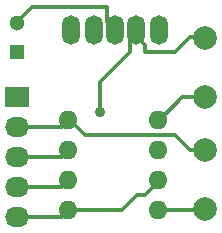
<source format=gbr>
G04 #@! TF.FileFunction,Copper,L2,Bot,Signal*
%FSLAX46Y46*%
G04 Gerber Fmt 4.6, Leading zero omitted, Abs format (unit mm)*
G04 Created by KiCad (PCBNEW 4.0.0-rc1-stable) date 9/23/2015 9:03:36 PM*
%MOMM*%
G01*
G04 APERTURE LIST*
%ADD10C,0.100000*%
%ADD11R,1.300000X1.300000*%
%ADD12C,1.300000*%
%ADD13R,2.032000X1.727200*%
%ADD14O,2.032000X1.727200*%
%ADD15C,1.998980*%
%ADD16O,1.600000X1.600000*%
%ADD17O,1.501140X2.499360*%
%ADD18C,0.889000*%
%ADD19C,0.300000*%
G04 APERTURE END LIST*
D10*
D11*
X144145000Y-99060000D03*
D12*
X144145000Y-96560000D03*
D13*
X144145000Y-102870000D03*
D14*
X144145000Y-105410000D03*
X144145000Y-107950000D03*
X144145000Y-110490000D03*
X144145000Y-113030000D03*
D15*
X160020000Y-112354360D03*
X160020000Y-107353100D03*
X160020000Y-102829360D03*
X160020000Y-97828100D03*
D16*
X148463000Y-104775000D03*
X148463000Y-107315000D03*
X148463000Y-109855000D03*
X148463000Y-112395000D03*
X156083000Y-112395000D03*
X156083000Y-109855000D03*
X156083000Y-107315000D03*
X156083000Y-104775000D03*
D17*
X152400000Y-97190560D03*
X148699220Y-97190560D03*
X156100780Y-97190560D03*
X154200860Y-97190560D03*
X150599140Y-97190560D03*
D18*
X151130000Y-104140000D03*
D19*
X156083000Y-104775000D02*
X156210000Y-104775000D01*
X156210000Y-104775000D02*
X158115000Y-102870000D01*
X158115000Y-102870000D02*
X160020000Y-102870000D01*
X160020000Y-102870000D02*
X160020000Y-102829360D01*
X156083000Y-112395000D02*
X160020000Y-112395000D01*
X160020000Y-112395000D02*
X160020000Y-112354360D01*
X156083000Y-109855000D02*
X156210000Y-109855000D01*
X156210000Y-109855000D02*
X154940000Y-111125000D01*
X154940000Y-111125000D02*
X154305000Y-111125000D01*
X154305000Y-111125000D02*
X153035000Y-112395000D01*
X153035000Y-112395000D02*
X148463000Y-112395000D01*
X144145000Y-96560000D02*
X144145000Y-96520000D01*
X144145000Y-96520000D02*
X145415000Y-95250000D01*
X145415000Y-95250000D02*
X151765000Y-95250000D01*
X151765000Y-95250000D02*
X151765000Y-96520000D01*
X151765000Y-96520000D02*
X152400000Y-97155000D01*
X152400000Y-97155000D02*
X152400000Y-97190560D01*
X148463000Y-112395000D02*
X148590000Y-112395000D01*
X148590000Y-112395000D02*
X147955000Y-113030000D01*
X147955000Y-113030000D02*
X144145000Y-113030000D01*
X148463000Y-104775000D02*
X148590000Y-104775000D01*
X148590000Y-104775000D02*
X149860000Y-106045000D01*
X149860000Y-106045000D02*
X157480000Y-106045000D01*
X157480000Y-106045000D02*
X158750000Y-107315000D01*
X158750000Y-107315000D02*
X160020000Y-107315000D01*
X160020000Y-107315000D02*
X160020000Y-107353100D01*
X148463000Y-104775000D02*
X148590000Y-104775000D01*
X148590000Y-104775000D02*
X147955000Y-105410000D01*
X147955000Y-105410000D02*
X144145000Y-105410000D01*
X151130000Y-104140000D02*
X151130000Y-101600000D01*
X151130000Y-101600000D02*
X153670000Y-99060000D01*
X153670000Y-99060000D02*
X153670000Y-97790000D01*
X153670000Y-97790000D02*
X154305000Y-97155000D01*
X154305000Y-97155000D02*
X154200860Y-97190560D01*
X154200860Y-97190560D02*
X154305000Y-97155000D01*
X154305000Y-97155000D02*
X154305000Y-97790000D01*
X154305000Y-97790000D02*
X154940000Y-98425000D01*
X154940000Y-98425000D02*
X154940000Y-99060000D01*
X154940000Y-99060000D02*
X157480000Y-99060000D01*
X157480000Y-99060000D02*
X158750000Y-97790000D01*
X158750000Y-97790000D02*
X160020000Y-97790000D01*
X160020000Y-97790000D02*
X160020000Y-97828100D01*
X148463000Y-107315000D02*
X148590000Y-107315000D01*
X148590000Y-107315000D02*
X147955000Y-107950000D01*
X147955000Y-107950000D02*
X144145000Y-107950000D01*
X148463000Y-109855000D02*
X148590000Y-109855000D01*
X148590000Y-109855000D02*
X147955000Y-110490000D01*
X147955000Y-110490000D02*
X144145000Y-110490000D01*
M02*

</source>
